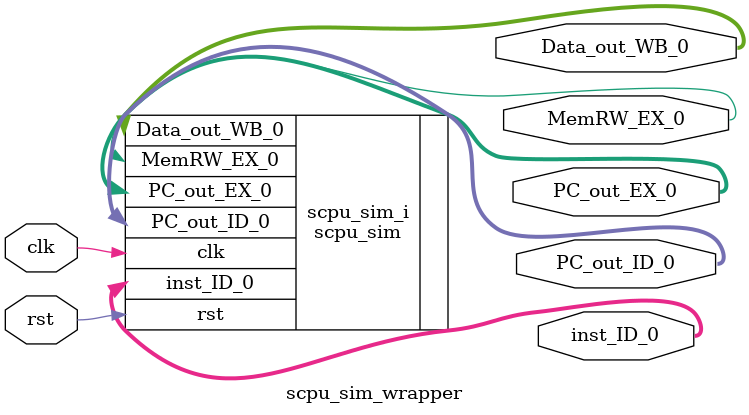
<source format=v>
`timescale 1 ps / 1 ps

module scpu_sim_wrapper
   (Data_out_WB_0,
    MemRW_EX_0,
    PC_out_EX_0,
    PC_out_ID_0,
    clk,
    inst_ID_0,
    rst);
  output [31:0]Data_out_WB_0;
  output MemRW_EX_0;
  output [31:0]PC_out_EX_0;
  output [31:0]PC_out_ID_0;
  input clk;
  output [31:0]inst_ID_0;
  input rst;

  wire [31:0]Data_out_WB_0;
  wire MemRW_EX_0;
  wire [31:0]PC_out_EX_0;
  wire [31:0]PC_out_ID_0;
  wire clk;
  wire [31:0]inst_ID_0;
  wire rst;

  scpu_sim scpu_sim_i
       (.Data_out_WB_0(Data_out_WB_0),
        .MemRW_EX_0(MemRW_EX_0),
        .PC_out_EX_0(PC_out_EX_0),
        .PC_out_ID_0(PC_out_ID_0),
        .clk(clk),
        .inst_ID_0(inst_ID_0),
        .rst(rst));
endmodule

</source>
